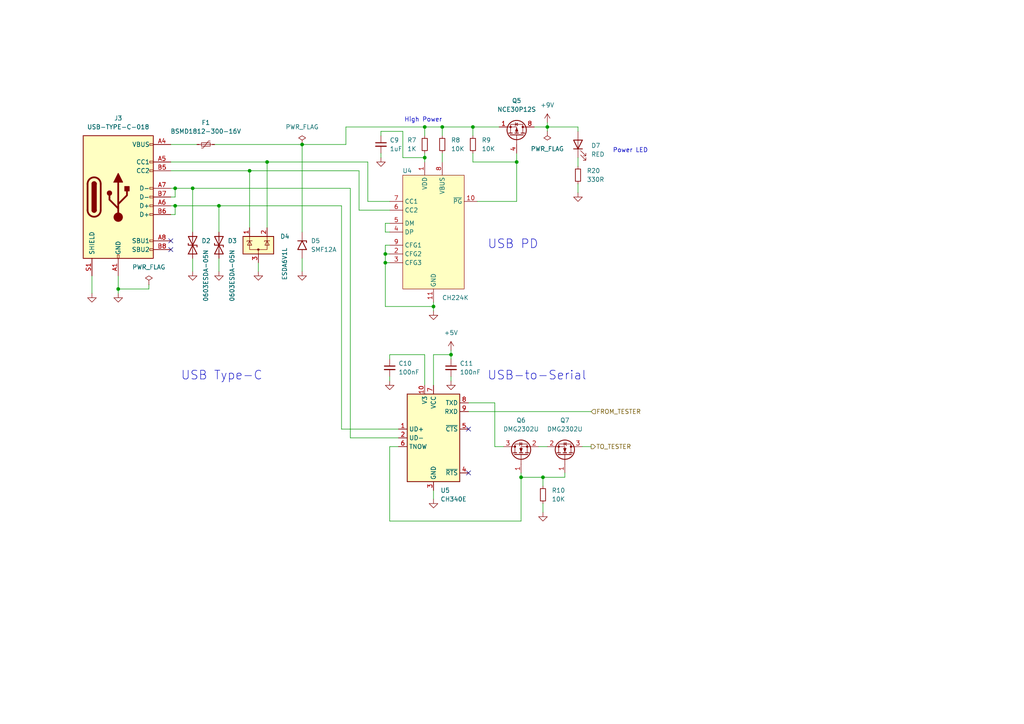
<source format=kicad_sch>
(kicad_sch (version 20211123) (generator eeschema)
  (paper "A4")
  (title_block (title "Tauntek LogIC tester Hat") (date "2022-06-18") (rev "1") (company "Sleepy Pony Labs"))
  (lib_symbols
    (symbol "Connector:USB_C_Receptacle_USB2.0" (pin_names (offset 1.016))
      (property "Reference" "J" (at -10.16 19.05 0))
      (property "Value" "USB_C_Receptacle_USB2.0" (at 19.05 19.05 0))
      (symbol "USB_C_Receptacle_USB2.0_0_0"
        (rectangle (start -0.254 -17.78) (end 0.254 -16.764))
        (rectangle (start 10.16 -14.986) (end 9.144 -15.494))
        (rectangle (start 10.16 -12.446) (end 9.144 -12.954))
        (rectangle (start 10.16 -4.826) (end 9.144 -5.334))
        (rectangle (start 10.16 -2.286) (end 9.144 -2.794))
        (rectangle (start 10.16 0.254) (end 9.144 -0.254))
        (rectangle (start 10.16 2.794) (end 9.144 2.286))
        (rectangle (start 10.16 7.874) (end 9.144 7.366))
        (rectangle (start 10.16 10.414) (end 9.144 9.906))
        (rectangle (start 10.16 15.494) (end 9.144 14.986))
      )
      (symbol "USB_C_Receptacle_USB2.0_0_1"
        (rectangle (start -10.16 17.78) (end 10.16 -17.78) (stroke (width 0.254)) (fill (type background)))
        (arc (start -8.89 -3.81) (mid -6.985 -5.715) (end -5.08 -3.81) (stroke (width 0.508)))
        (arc (start -7.62 -3.81) (mid -6.985 -4.445) (end -6.35 -3.81) (stroke (width 0.254)))
        (arc (start -7.62 -3.81) (mid -6.985 -4.445) (end -6.35 -3.81) (stroke (width 0.254)) (fill (type outline)))
        (rectangle (start -7.62 -3.81) (end -6.35 3.81) (stroke (width 0.254)) (fill (type outline)))
        (arc (start -6.35 3.81) (mid -6.985 4.445) (end -7.62 3.81) (stroke (width 0.254)))
        (arc (start -6.35 3.81) (mid -6.985 4.445) (end -7.62 3.81) (stroke (width 0.254)) (fill (type outline)))
        (arc (start -5.08 3.81) (mid -6.985 5.715) (end -8.89 3.81) (stroke (width 0.508)))
        (circle (center -2.54 1.143) (radius 0.635) (stroke (width 0.254)) (fill (type outline)))
        (circle (center 0 -5.842) (radius 1.27) (fill (type outline)))
        (polyline (pts (xy -8.89 -3.81) (xy -8.89 3.81)) (stroke (width 0.508)))
        (polyline (pts (xy -5.08 3.81) (xy -5.08 -3.81)) (stroke (width 0.508)))
        (polyline (pts (xy 0 -5.842) (xy 0 4.318)) (stroke (width 0.508)))
        (polyline (pts (xy 0 -3.302) (xy -2.54 -0.762) (xy -2.54 0.508)) (stroke (width 0.508)))
        (polyline (pts (xy 0 -2.032) (xy 2.54 0.508) (xy 2.54 1.778)) (stroke (width 0.508)))
        (polyline (pts (xy -1.27 4.318) (xy 0 6.858) (xy 1.27 4.318) (xy -1.27 4.318)) (stroke (width 0.254)) (fill (type outline)))
        (rectangle (start 1.905 1.778) (end 3.175 3.048) (stroke (width 0.254)) (fill (type outline)))
      )
      (symbol "USB_C_Receptacle_USB2.0_1_1"
        (pin passive line (at 0 -22.86 90) (length 5.08) (name "GND") (number "A1"))
        (pin passive line (at 0 -22.86 90) (length 5.08) hide (name "GND") (number "A12"))
        (pin passive line (at 15.24 15.24 180) (length 5.08) (name "VBUS") (number "A4"))
        (pin bidirectional line (at 15.24 10.16 180) (length 5.08) (name "CC1") (number "A5"))
        (pin bidirectional line (at 15.24 -2.54 180) (length 5.08) (name "D+") (number "A6"))
        (pin bidirectional line (at 15.24 2.54 180) (length 5.08) (name "D-") (number "A7"))
        (pin bidirectional line (at 15.24 -12.7 180) (length 5.08) (name "SBU1") (number "A8"))
        (pin passive line (at 15.24 15.24 180) (length 5.08) hide (name "VBUS") (number "A9"))
        (pin passive line (at 0 -22.86 90) (length 5.08) hide (name "GND") (number "B1"))
        (pin passive line (at 0 -22.86 90) (length 5.08) hide (name "GND") (number "B12"))
        (pin passive line (at 15.24 15.24 180) (length 5.08) hide (name "VBUS") (number "B4"))
        (pin bidirectional line (at 15.24 7.62 180) (length 5.08) (name "CC2") (number "B5"))
        (pin bidirectional line (at 15.24 -5.08 180) (length 5.08) (name "D+") (number "B6"))
        (pin bidirectional line (at 15.24 0 180) (length 5.08) (name "D-") (number "B7"))
        (pin bidirectional line (at 15.24 -15.24 180) (length 5.08) (name "SBU2") (number "B8"))
        (pin passive line (at 15.24 15.24 180) (length 5.08) hide (name "VBUS") (number "B9"))
        (pin passive line (at -7.62 -22.86 90) (length 5.08) (name "SHIELD") (number "S1"))
      )
    )
    (symbol "Device:C_Small" (pin_numbers hide) (pin_names (offset 0.254) hide)
      (property "Reference" "C" (at 0.254 1.778 0))
      (property "Value" "C_Small" (at 0.254 -2.032 0))
      (symbol "C_Small_0_1"
        (polyline (pts (xy -1.524 -0.508) (xy 1.524 -0.508)) (stroke (width 0.3302)))
        (polyline (pts (xy -1.524 0.508) (xy 1.524 0.508)) (stroke (width 0.3048)))
      )
      (symbol "C_Small_1_1"
        (pin passive line (at 0 2.54 270) (length 2.032) (name "~") (number "1"))
        (pin passive line (at 0 -2.54 90) (length 2.032) (name "~") (number "2"))
      )
    )
    (symbol "Device:D_TVS" (pin_numbers hide) (pin_names (offset 1.016) hide)
      (property "Reference" "D" (at 0 2.54 0))
      (property "Value" "D_TVS" (at 0 -2.54 0))
      (symbol "D_TVS_0_1"
        (polyline (pts (xy 1.27 0) (xy -1.27 0)))
        (polyline (pts (xy 0.508 1.27) (xy 0 1.27) (xy 0 -1.27) (xy -0.508 -1.27)) (stroke (width 0.254)))
        (polyline (pts (xy -2.54 1.27) (xy -2.54 -1.27) (xy 2.54 1.27) (xy 2.54 -1.27) (xy -2.54 1.27)) (stroke (width 0.254)))
      )
      (symbol "D_TVS_1_1"
        (pin passive line (at -3.81 0 0) (length 2.54) (name "A1") (number "1"))
        (pin passive line (at 3.81 0 180) (length 2.54) (name "A2") (number "2"))
      )
    )
    (symbol "Device:LED" (pin_numbers hide) (pin_names (offset 1.016) hide)
      (property "Reference" "D" (at 0 2.54 0))
      (property "Value" "LED" (at 0 -2.54 0))
      (symbol "LED_0_1"
        (polyline (pts (xy -1.27 -1.27) (xy -1.27 1.27)) (stroke (width 0.254)))
        (polyline (pts (xy -1.27 0) (xy 1.27 0)))
        (polyline (pts (xy 1.27 -1.27) (xy 1.27 1.27) (xy -1.27 0) (xy 1.27 -1.27)) (stroke (width 0.254)))
        (polyline (pts (xy -3.048 -0.762) (xy -4.572 -2.286) (xy -3.81 -2.286) (xy -4.572 -2.286) (xy -4.572 -1.524)))
        (polyline (pts (xy -1.778 -0.762) (xy -3.302 -2.286) (xy -2.54 -2.286) (xy -3.302 -2.286) (xy -3.302 -1.524)))
      )
      (symbol "LED_1_1"
        (pin passive line (at -3.81 0 0) (length 2.54) (name "K") (number "1"))
        (pin passive line (at 3.81 0 180) (length 2.54) (name "A") (number "2"))
      )
    )
    (symbol "Device:Polyfuse_Small" (pin_numbers hide) (pin_names (offset 0))
      (property "Reference" "F" (at -1.905 0 90))
      (property "Value" "Polyfuse_Small" (at 1.905 0 90))
      (symbol "Polyfuse_Small_0_1"
        (rectangle (start -0.508 1.27) (end 0.508 -1.27))
        (polyline (pts (xy 0 2.54) (xy 0 -2.54)))
        (polyline (pts (xy -1.016 1.27) (xy -1.016 0.762) (xy 1.016 -0.762) (xy 1.016 -1.27)))
      )
      (symbol "Polyfuse_Small_1_1"
        (pin passive line (at 0 2.54 270) (length 0.635) (name "~") (number "1"))
        (pin passive line (at 0 -2.54 90) (length 0.635) (name "~") (number "2"))
      )
    )
    (symbol "Device:R_Small" (pin_numbers hide) (pin_names (offset 0.254) hide)
      (property "Reference" "R" (at 0.762 0.508 0))
      (property "Value" "R_Small" (at 0.762 -1.016 0))
      (symbol "R_Small_0_1"
        (rectangle (start -0.762 1.778) (end 0.762 -1.778) (stroke (width 0.2032)))
      )
      (symbol "R_Small_1_1"
        (pin passive line (at 0 2.54 270) (length 0.762) (name "~") (number "1"))
        (pin passive line (at 0 -2.54 90) (length 0.762) (name "~") (number "2"))
      )
    )
    (symbol "Diode:SM6T6V8A" (pin_numbers hide) (pin_names (offset 1.016) hide)
      (property "Reference" "D" (at 0 2.54 0))
      (property "Value" "SM6T6V8A" (at 0 -2.54 0))
      (symbol "SM6T6V8A_0_1"
        (polyline (pts (xy -0.762 1.27) (xy -1.27 1.27) (xy -1.27 -1.27)) (stroke (width 0.254)))
        (polyline (pts (xy 1.27 1.27) (xy 1.27 -1.27) (xy -1.27 0) (xy 1.27 1.27)) (stroke (width 0.254)))
      )
      (symbol "SM6T6V8A_1_1"
        (pin passive line (at -3.81 0 0) (length 2.54) (name "A1") (number "1"))
        (pin passive line (at 3.81 0 180) (length 2.54) (name "A2") (number "2"))
      )
    )
    (symbol "Interface_USB:CH340E"
      (property "Reference" "U" (at -5.08 13.97 0))
      (property "Value" "CH340E" (at 1.27 13.97 0))
      (symbol "CH340E_0_1"
        (rectangle (start -7.62 12.7) (end 7.62 -12.7) (stroke (width 0.254)) (fill (type background)))
      )
      (symbol "CH340E_1_1"
        (pin bidirectional line (at -10.16 2.54 0) (length 2.54) (name "UD+") (number "1"))
        (pin passive line (at -2.54 15.24 270) (length 2.54) (name "V3") (number "10"))
        (pin bidirectional line (at -10.16 0 0) (length 2.54) (name "UD-") (number "2"))
        (pin power_in line (at 0 -15.24 90) (length 2.54) (name "GND") (number "3"))
        (pin output line (at 10.16 -10.16 180) (length 2.54) (name "~{RTS}") (number "4"))
        (pin input line (at 10.16 2.54 180) (length 2.54) (name "~{CTS}") (number "5"))
        (pin output line (at -10.16 -2.54 0) (length 2.54) (name "TNOW") (number "6"))
        (pin power_in line (at 0 15.24 270) (length 2.54) (name "VCC") (number "7"))
        (pin output line (at 10.16 10.16 180) (length 2.54) (name "TXD") (number "8"))
        (pin input line (at 10.16 7.62 180) (length 2.54) (name "RXD") (number "9"))
      )
    )
    (symbol "Power_Protection:SP0502BAHT" (pin_names hide)
      (property "Reference" "D" (at 5.715 2.54 0))
      (property "Value" "SP0502BAHT" (at 5.715 0.635 0))
      (symbol "SP0502BAHT_0_0"
        (pin passive line (at 0 -5.08 90) (length 2.54) (name "A") (number "3"))
      )
      (symbol "SP0502BAHT_0_1"
        (rectangle (start -4.445 2.54) (end 4.445 -2.54) (stroke (width 0.254)) (fill (type background)))
        (circle (center 0 -1.27) (radius 0.254) (fill (type outline)))
        (polyline (pts (xy -2.54 2.54) (xy -2.54 1.27)))
        (polyline (pts (xy 0 -1.27) (xy 0 -2.54)))
        (polyline (pts (xy 2.54 2.54) (xy 2.54 1.27)))
        (polyline (pts (xy -3.302 1.016) (xy -3.302 1.27) (xy -1.905 1.27) (xy -1.778 1.27)))
        (polyline (pts (xy -2.54 1.27) (xy -2.54 -1.27) (xy 2.54 -1.27) (xy 2.54 1.27)))
        (polyline (pts (xy -2.54 1.27) (xy -1.905 0) (xy -3.175 0) (xy -2.54 1.27)))
        (polyline (pts (xy 1.778 1.016) (xy 1.778 1.27) (xy 3.175 1.27) (xy 3.302 1.27)))
        (polyline (pts (xy 2.54 1.27) (xy 1.905 0) (xy 3.175 0) (xy 2.54 1.27)))
      )
      (symbol "SP0502BAHT_1_1"
        (pin passive line (at -2.54 5.08 270) (length 2.54) (name "K") (number "1"))
        (pin passive line (at 2.54 5.08 270) (length 2.54) (name "K") (number "2"))
      )
    )
    (symbol "Transistor_FET:DMG2302U" (pin_names hide)
      (property "Reference" "Q" (at 5.08 1.905 0))
      (property "Value" "DMG2302U" (at 5.08 0 0))
      (symbol "DMG2302U_0_1"
        (polyline (pts (xy 0.254 0) (xy -2.54 0)))
        (polyline (pts (xy 0.254 1.905) (xy 0.254 -1.905)) (stroke (width 0.254)))
        (polyline (pts (xy 0.762 -1.27) (xy 0.762 -2.286)) (stroke (width 0.254)))
        (polyline (pts (xy 0.762 0.508) (xy 0.762 -0.508)) (stroke (width 0.254)))
        (polyline (pts (xy 0.762 2.286) (xy 0.762 1.27)) (stroke (width 0.254)))
        (polyline (pts (xy 2.54 2.54) (xy 2.54 1.778)))
        (polyline (pts (xy 2.54 -2.54) (xy 2.54 0) (xy 0.762 0)))
        (polyline (pts (xy 0.762 -1.778) (xy 3.302 -1.778) (xy 3.302 1.778) (xy 0.762 1.778)))
        (polyline (pts (xy 1.016 0) (xy 2.032 0.381) (xy 2.032 -0.381) (xy 1.016 0)) (fill (type outline)))
        (polyline (pts (xy 2.794 0.508) (xy 2.921 0.381) (xy 3.683 0.381) (xy 3.81 0.254)))
        (polyline (pts (xy 3.302 0.381) (xy 2.921 -0.254) (xy 3.683 -0.254) (xy 3.302 0.381)))
        (circle (center 1.651 0) (radius 2.794) (stroke (width 0.254)))
        (circle (center 2.54 -1.778) (radius 0.254) (fill (type outline)))
        (circle (center 2.54 1.778) (radius 0.254) (fill (type outline)))
      )
      (symbol "DMG2302U_1_1"
        (pin input line (at -5.08 0 0) (length 2.54) (name "G") (number "1"))
        (pin passive line (at 2.54 -5.08 90) (length 2.54) (name "S") (number "2"))
        (pin passive line (at 2.54 5.08 270) (length 2.54) (name "D") (number "3"))
      )
    )
    (symbol "Transistor_FET:FDS9435A" (pin_names hide)
      (property "Reference" "Q" (at 5.08 1.905 0))
      (property "Value" "FDS9435A" (at 5.08 0 0))
      (symbol "FDS9435A_0_1"
        (polyline (pts (xy 0.254 0) (xy -2.54 0)))
        (polyline (pts (xy 0.254 1.905) (xy 0.254 -1.905)) (stroke (width 0.254)))
        (polyline (pts (xy 0.762 -1.27) (xy 0.762 -2.286)) (stroke (width 0.254)))
        (polyline (pts (xy 0.762 0.508) (xy 0.762 -0.508)) (stroke (width 0.254)))
        (polyline (pts (xy 0.762 2.286) (xy 0.762 1.27)) (stroke (width 0.254)))
        (polyline (pts (xy 2.54 2.54) (xy 2.54 1.778)))
        (polyline (pts (xy 2.54 -2.54) (xy 2.54 0) (xy 0.762 0)))
        (polyline (pts (xy 0.762 1.778) (xy 3.302 1.778) (xy 3.302 -1.778) (xy 0.762 -1.778)))
        (polyline (pts (xy 2.286 0) (xy 1.27 0.381) (xy 1.27 -0.381) (xy 2.286 0)) (fill (type outline)))
        (polyline (pts (xy 2.794 -0.508) (xy 2.921 -0.381) (xy 3.683 -0.381) (xy 3.81 -0.254)))
        (polyline (pts (xy 3.302 -0.381) (xy 2.921 0.254) (xy 3.683 0.254) (xy 3.302 -0.381)))
        (circle (center 1.651 0) (radius 2.794) (stroke (width 0.254)))
        (circle (center 2.54 -1.778) (radius 0.254) (fill (type outline)))
        (circle (center 2.54 1.778) (radius 0.254) (fill (type outline)))
      )
      (symbol "FDS9435A_1_1"
        (pin passive line (at 2.54 -5.08 90) (length 2.54) (name "S") (number "1"))
        (pin passive line (at 2.54 -5.08 90) (length 2.54) hide (name "S") (number "2"))
        (pin passive line (at 2.54 -5.08 90) (length 2.54) hide (name "S") (number "3"))
        (pin passive line (at -5.08 0 0) (length 2.54) (name "G") (number "4"))
        (pin passive line (at 2.54 5.08 270) (length 2.54) hide (name "D") (number "5"))
        (pin passive line (at 2.54 5.08 270) (length 2.54) hide (name "D") (number "6"))
        (pin passive line (at 2.54 5.08 270) (length 2.54) hide (name "D") (number "7"))
        (pin passive line (at 2.54 5.08 270) (length 2.54) (name "D") (number "8"))
      )
    )
    (symbol "power:+5V" (power) (pin_names (offset 0))
      (property "Value" "+5V" (at 0 3.556 0))
      (symbol "+5V_0_1"
        (polyline (pts (xy -0.762 1.27) (xy 0 2.54)))
        (polyline (pts (xy 0 0) (xy 0 2.54)))
        (polyline (pts (xy 0 2.54) (xy 0.762 1.27)))
      )
      (symbol "+5V_1_1"
        (pin power_in line (at 0 0 90) (length 0) hide (name "+5V") (number "1"))
      )
    )
    (symbol "power:+9V" (power) (pin_names (offset 0))
      (property "Value" "+9V" (at 0 3.556 0))
      (symbol "+9V_0_1"
        (polyline (pts (xy -0.762 1.27) (xy 0 2.54)))
        (polyline (pts (xy 0 0) (xy 0 2.54)))
        (polyline (pts (xy 0 2.54) (xy 0.762 1.27)))
      )
      (symbol "+9V_1_1"
        (pin power_in line (at 0 0 90) (length 0) hide (name "+9V") (number "1"))
      )
    )
    (symbol "power:GND" (power) (pin_names (offset 0))
      (property "Value" "GND" (at 0 -3.81 0))
      (symbol "GND_0_1"
        (polyline (pts (xy 0 0) (xy 0 -1.27) (xy 1.27 -1.27) (xy 0 -2.54) (xy -1.27 -1.27) (xy 0 -1.27)))
      )
      (symbol "GND_1_1"
        (pin power_in line (at 0 0 270) (length 0) hide (name "GND") (number "1"))
      )
    )
    (symbol "power:PWR_FLAG" (power) (pin_numbers hide) (pin_names (offset 0) hide)
      (property "Value" "PWR_FLAG" (at 0 3.81 0))
      (symbol "PWR_FLAG_0_0"
        (pin power_out line (at 0 0 90) (length 0) (name "pwr") (number "1"))
      )
      (symbol "PWR_FLAG_0_1"
        (polyline (pts (xy 0 0) (xy 0 1.27) (xy -1.016 1.905) (xy 0 2.54) (xy 1.016 1.905) (xy 0 1.27)))
      )
    )
    (symbol "tauntek_hat:CH224K"
      (property "Reference" "U" (at -8.89 19.05 0))
      (property "Value" "CH224K" (at 6.35 -19.05 0))
      (symbol "CH224K_0_0"
        (rectangle (start -8.89 16.51) (end 8.89 -16.51) (fill (type background)))
      )
      (symbol "CH224K_1_1"
        (pin power_in line (at -2.54 20.32 270) (length 3.81) (name "VDD") (number "1"))
        (pin output line (at 12.7 8.89 180) (length 3.81) (name "~{PG}") (number "10"))
        (pin power_in line (at 0 -20.32 90) (length 3.81) (name "GND") (number "11"))
        (pin input line (at -12.7 -6.35 0) (length 3.81) (name "CFG2") (number "2"))
        (pin input line (at -12.7 -8.89 0) (length 3.81) (name "CFG3") (number "3"))
        (pin bidirectional line (at -12.7 0 0) (length 3.81) (name "DP") (number "4"))
        (pin bidirectional line (at -12.7 2.54 0) (length 3.81) (name "DM") (number "5"))
        (pin bidirectional line (at -12.7 6.35 0) (length 3.81) (name "CC2") (number "6"))
        (pin bidirectional line (at -12.7 8.89 0) (length 3.81) (name "CC1") (number "7"))
        (pin power_in line (at 2.54 20.32 270) (length 3.81) (name "VBUS") (number "8"))
        (pin input line (at -12.7 -3.81 0) (length 3.81) (name "CFG1") (number "9"))
      )
    )
  )
  (junction (at 137.16 36.83))
  (junction (at 125.73 88.9))
  (junction (at 50.8 59.69))
  (junction (at 72.39 49.53))
  (junction (at 123.19 45.72))
  (junction (at 87.63 41.91))
  (junction (at 149.86 46.99))
  (junction (at 157.48 138.43))
  (junction (at 111.76 76.2))
  (junction (at 50.8 54.61))
  (junction (at 55.88 54.61))
  (junction (at 63.5 59.69))
  (junction (at 77.47 46.99))
  (junction (at 128.27 36.83))
  (junction (at 34.29 83.82))
  (junction (at 130.81 102.87))
  (junction (at 151.13 138.43))
  (junction (at 123.19 36.83))
  (junction (at 158.75 36.83))
  (junction (at 111.76 73.66))
  (no_connect (at 135.89 137.16))
  (no_connect (at 135.89 124.46))
  (no_connect (at 49.53 69.85))
  (no_connect (at 49.53 72.39))
  (wire (pts (xy 34.29 83.82) (xy 43.18 83.82)))
  (wire (pts (xy 128.27 44.45) (xy 128.27 46.99)))
  (wire (pts (xy 63.5 74.93) (xy 63.5 78.74)))
  (wire (pts (xy 113.03 67.31) (xy 111.76 67.31)))
  (wire (pts (xy 130.81 109.22) (xy 130.81 110.49)))
  (wire (pts (xy 125.73 102.87) (xy 130.81 102.87)))
  (wire (pts (xy 157.48 146.05) (xy 157.48 148.59)))
  (wire (pts (xy 34.29 83.82) (xy 34.29 85.09)))
  (wire (pts (xy 77.47 46.99) (xy 106.68 46.99)))
  (wire (pts (xy 110.49 44.45) (xy 110.49 45.72)))
  (wire (pts (xy 111.76 73.66) (xy 113.03 73.66)))
  (wire (pts (xy 125.73 88.9) (xy 125.73 90.17)))
  (wire (pts (xy 138.43 58.42) (xy 149.86 58.42)))
  (wire (pts (xy 55.88 54.61) (xy 55.88 67.31)))
  (wire (pts (xy 113.03 109.22) (xy 113.03 110.49)))
  (wire (pts (xy 158.75 36.83) (xy 158.75 35.56)))
  (wire (pts (xy 113.03 129.54) (xy 113.03 151.13)))
  (wire (pts (xy 50.8 54.61) (xy 50.8 57.15)))
  (wire (pts (xy 158.75 36.83) (xy 167.64 36.83)))
  (wire (pts (xy 151.13 138.43) (xy 157.48 138.43)))
  (wire (pts (xy 123.19 45.72) (xy 123.19 46.99)))
  (wire (pts (xy 55.88 54.61) (xy 101.6 54.61)))
  (wire (pts (xy 156.21 129.54) (xy 158.75 129.54)))
  (wire (pts (xy 135.89 116.84) (xy 143.51 116.84)))
  (wire (pts (xy 137.16 36.83) (xy 137.16 39.37)))
  (wire (pts (xy 99.06 59.69) (xy 99.06 124.46)))
  (wire (pts (xy 106.68 46.99) (xy 106.68 58.42)))
  (wire (pts (xy 74.93 76.2) (xy 74.93 78.74)))
  (wire (pts (xy 143.51 116.84) (xy 143.51 129.54)))
  (wire (pts (xy 137.16 46.99) (xy 149.86 46.99)))
  (wire (pts (xy 125.73 88.9) (xy 111.76 88.9)))
  (wire (pts (xy 87.63 74.93) (xy 87.63 78.74)))
  (wire (pts (xy 151.13 151.13) (xy 151.13 138.43)))
  (wire (pts (xy 87.63 41.91) (xy 87.63 67.31)))
  (wire (pts (xy 72.39 49.53) (xy 104.14 49.53)))
  (wire (pts (xy 104.14 60.96) (xy 113.03 60.96)))
  (wire (pts (xy 149.86 46.99) (xy 149.86 44.45)))
  (wire (pts (xy 110.49 38.1) (xy 116.84 38.1)))
  (wire (pts (xy 50.8 54.61) (xy 55.88 54.61)))
  (wire (pts (xy 123.19 36.83) (xy 123.19 39.37)))
  (wire (pts (xy 111.76 88.9) (xy 111.76 76.2)))
  (wire (pts (xy 100.33 41.91) (xy 100.33 36.83)))
  (wire (pts (xy 123.19 102.87) (xy 123.19 111.76)))
  (wire (pts (xy 110.49 39.37) (xy 110.49 38.1)))
  (wire (pts (xy 167.64 45.72) (xy 167.64 48.26)))
  (wire (pts (xy 168.91 129.54) (xy 171.45 129.54)))
  (wire (pts (xy 111.76 71.12) (xy 113.03 71.12)))
  (wire (pts (xy 100.33 36.83) (xy 123.19 36.83)))
  (wire (pts (xy 104.14 49.53) (xy 104.14 60.96)))
  (wire (pts (xy 111.76 76.2) (xy 111.76 73.66)))
  (wire (pts (xy 101.6 127) (xy 115.57 127)))
  (wire (pts (xy 111.76 64.77) (xy 113.03 64.77)))
  (wire (pts (xy 130.81 101.6) (xy 130.81 102.87)))
  (wire (pts (xy 130.81 102.87) (xy 130.81 104.14)))
  (wire (pts (xy 49.53 62.23) (xy 50.8 62.23)))
  (wire (pts (xy 125.73 142.24) (xy 125.73 144.78)))
  (wire (pts (xy 115.57 129.54) (xy 113.03 129.54)))
  (wire (pts (xy 157.48 138.43) (xy 163.83 138.43)))
  (wire (pts (xy 34.29 80.01) (xy 34.29 83.82)))
  (wire (pts (xy 106.68 58.42) (xy 113.03 58.42)))
  (wire (pts (xy 128.27 36.83) (xy 137.16 36.83)))
  (wire (pts (xy 50.8 59.69) (xy 50.8 62.23)))
  (wire (pts (xy 123.19 44.45) (xy 123.19 45.72)))
  (wire (pts (xy 111.76 73.66) (xy 111.76 71.12)))
  (wire (pts (xy 77.47 46.99) (xy 77.47 66.04)))
  (wire (pts (xy 49.53 57.15) (xy 50.8 57.15)))
  (wire (pts (xy 63.5 59.69) (xy 99.06 59.69)))
  (wire (pts (xy 125.73 102.87) (xy 125.73 111.76)))
  (wire (pts (xy 116.84 45.72) (xy 123.19 45.72)))
  (wire (pts (xy 113.03 102.87) (xy 113.03 104.14)))
  (wire (pts (xy 137.16 44.45) (xy 137.16 46.99)))
  (wire (pts (xy 158.75 36.83) (xy 158.75 38.1)))
  (wire (pts (xy 123.19 36.83) (xy 128.27 36.83)))
  (wire (pts (xy 151.13 137.16) (xy 151.13 138.43)))
  (wire (pts (xy 113.03 102.87) (xy 123.19 102.87)))
  (wire (pts (xy 167.64 36.83) (xy 167.64 38.1)))
  (wire (pts (xy 87.63 41.91) (xy 100.33 41.91)))
  (wire (pts (xy 63.5 59.69) (xy 63.5 67.31)))
  (wire (pts (xy 143.51 129.54) (xy 146.05 129.54)))
  (wire (pts (xy 62.23 41.91) (xy 87.63 41.91)))
  (wire (pts (xy 135.89 119.38) (xy 171.45 119.38)))
  (wire (pts (xy 111.76 76.2) (xy 113.03 76.2)))
  (wire (pts (xy 157.48 138.43) (xy 157.48 140.97)))
  (wire (pts (xy 128.27 36.83) (xy 128.27 39.37)))
  (wire (pts (xy 49.53 59.69) (xy 50.8 59.69)))
  (wire (pts (xy 50.8 59.69) (xy 63.5 59.69)))
  (wire (pts (xy 49.53 49.53) (xy 72.39 49.53)))
  (wire (pts (xy 43.18 83.82) (xy 43.18 82.55)))
  (wire (pts (xy 49.53 41.91) (xy 57.15 41.91)))
  (wire (pts (xy 26.67 80.01) (xy 26.67 85.09)))
  (wire (pts (xy 167.64 53.34) (xy 167.64 55.88)))
  (wire (pts (xy 163.83 137.16) (xy 163.83 138.43)))
  (wire (pts (xy 154.94 36.83) (xy 158.75 36.83)))
  (wire (pts (xy 99.06 124.46) (xy 115.57 124.46)))
  (wire (pts (xy 49.53 54.61) (xy 50.8 54.61)))
  (wire (pts (xy 55.88 74.93) (xy 55.88 78.74)))
  (wire (pts (xy 137.16 36.83) (xy 144.78 36.83)))
  (wire (pts (xy 101.6 54.61) (xy 101.6 127)))
  (wire (pts (xy 116.84 38.1) (xy 116.84 45.72)))
  (wire (pts (xy 113.03 151.13) (xy 151.13 151.13)))
  (wire (pts (xy 72.39 49.53) (xy 72.39 66.04)))
  (wire (pts (xy 111.76 67.31) (xy 111.76 64.77)))
  (wire (pts (xy 125.73 87.63) (xy 125.73 88.9)))
  (wire (pts (xy 149.86 58.42) (xy 149.86 46.99)))
  (wire (pts (xy 49.53 46.99) (xy 77.47 46.99)))
  (text "USB-to-Serial" (at 170.18 110.49 180) (effects (font (size 2.54 2.54)) (justify right bottom)))
  (text "High Power" (at 128.27 35.56 180) (effects (font (size 1.27 1.27)) (justify right bottom)))
  (text "USB PD" (at 156.21 72.39 180) (effects (font (size 2.54 2.54)) (justify right bottom)))
  (text "Power LED" (at 187.96 44.45 180) (effects (font (size 1.27 1.27)) (justify right bottom)))
  (text "USB Type-C" (at 76.2 110.49 180) (effects (font (size 2.54 2.54)) (justify right bottom)))
  (hierarchical_label "FROM_TESTER" (shape input) (at 171.45 119.38 0))
  (hierarchical_label "TO_TESTER" (shape output) (at 171.45 129.54 0))
  (symbol (lib_id "power:+9V") (at 158.75 35.56 0) (unit 1)
    (property "Reference" "#PWR026" (effects hide))
    (property "Value" "+9V" (at 158.75 30.48 0))
  )
  (symbol (lib_id "power:PWR_FLAG") (at 87.63 41.91 0) (unit 1)
    (property "Reference" "#FLG02" (effects hide))
    (property "Value" "PWR_FLAG" (at 87.63 36.83 0))
  )
  (symbol (lib_id "power:GND") (at 113.03 110.49 0) (unit 1)
    (property "Reference" "#PWR036" (effects hide))
    (property "Value" "GND" (effects hide))
  )
  (symbol (lib_id "power:+5V") (at 130.81 101.6 0) (unit 1)
    (property "Reference" "#PWR035" (effects hide))
    (property "Value" "+5V" (at 130.81 96.52 0))
  )
  (symbol (lib_id "power:GND") (at 26.67 85.09 0) (unit 1)
    (property "Reference" "#PWR032" (effects hide))
    (property "Value" "GND" (effects hide))
  )
  (symbol (lib_id "Device:R_Small") (at 128.27 41.91 0) (unit 1)
    (property "Reference" "R8" (at 130.81 40.6399 0) (effects (justify left)))
    (property "Value" "10K" (at 130.81 43.1799 0) (effects (justify left)))
    (property "Footprint" "Resistor_SMD:R_0603_1608Metric" (effects hide))
  )
  (symbol (lib_id "Device:LED") (at 167.64 41.91 90) (unit 1)
    (property "Reference" "D7" (at 171.45 42.2274 90) (effects (justify right)))
    (property "Value" "RED" (at 171.45 44.7674 90) (effects (justify right)))
    (property "Footprint" "LED_THT:LED_D3.0mm" (effects hide))
  )
  (symbol (lib_id "Device:R_Small") (at 123.19 41.91 0) (unit 1)
    (property "Reference" "R7" (at 118.11 40.64 0) (effects (justify left)))
    (property "Value" "1K" (at 118.11 43.18 0) (effects (justify left)))
    (property "Footprint" "Resistor_SMD:R_1206_3216Metric" (effects hide))
  )
  (symbol (lib_id "power:GND") (at 87.63 78.74 0) (unit 1)
    (property "Reference" "#PWR031" (effects hide))
    (property "Value" "GND" (effects hide))
  )
  (symbol (lib_id "power:GND") (at 110.49 45.72 0) (unit 1)
    (property "Reference" "#PWR027" (effects hide))
    (property "Value" "GND" (effects hide))
  )
  (symbol (lib_id "Transistor_FET:DMG2302U") (at 163.83 132.08 270) (mirror x) (unit 1)
    (property "Reference" "Q7" (at 163.83 121.92 90))
    (property "Value" "DMG2302U" (at 163.83 124.46 90))
    (property "Footprint" "Package_TO_SOT_SMD:SOT-23" (effects hide))
    (property "Datasheet" "http://www.diodes.com/assets/Datasheets/DMG2302U.pdf" (effects hide))
  )
  (symbol (lib_id "Diode:SM6T6V8A") (at 87.63 71.12 270) (unit 1)
    (property "Reference" "D5" (at 90.17 69.8499 90) (effects (justify left)))
    (property "Value" "SMF12A" (at 90.17 72.3899 90) (effects (justify left)))
    (property "Footprint" "Diode_SMD:D_SOD-123F" (effects hide))
    (property "Datasheet" "https://www.st.com/resource/en/datasheet/sm6t.pdf" (effects hide))
  )
  (symbol (lib_id "power:GND") (at 63.5 78.74 0) (unit 1)
    (property "Reference" "#PWR029" (effects hide))
    (property "Value" "GND" (effects hide))
  )
  (symbol (lib_id "power:GND") (at 167.64 55.88 0) (unit 1)
    (property "Reference" "#PWR04" (effects hide))
    (property "Value" "GND" (effects hide))
  )
  (symbol (lib_id "tauntek_hat:CH224K") (at 125.73 67.31 0) (unit 1)
    (property "Reference" "U4" (at 118.11 49.53 0))
    (property "Value" "CH224K" (at 132.08 86.36 0))
    (property "Footprint" "tauntek-hat:ESSOP-10-1EP_3.9x4.9mm_P1.00mm_EP2.29x3mm" (effects hide))
  )
  (symbol (lib_id "Power_Protection:SP0502BAHT") (at 74.93 71.12 0) (unit 1)
    (property "Reference" "D4" (at 81.28 68.58 0) (effects (justify left)))
    (property "Value" "ESDA6V1L" (at 82.55 81.28 90) (effects (justify left)))
    (property "Footprint" "Package_TO_SOT_SMD:SOT-23" (effects hide))
    (property "Datasheet" "http://www.littelfuse.com/~/media/files/littelfuse/technical%20resources/documents/data%20sheets/sp05xxba.pdf" (effects hide))
  )
  (symbol (lib_id "Transistor_FET:FDS9435A") (at 149.86 39.37 270) (mirror x) (unit 1)
    (property "Reference" "Q5" (at 149.86 29.21 90))
    (property "Value" "NCE30P12S" (at 149.86 31.75 90))
    (property "Footprint" "Package_SO:SOIC-8_3.9x4.9mm_P1.27mm" (effects hide))
    (property "Datasheet" "https://www.onsemi.com/pub/Collateral/FDS9435A-D.PDF" (effects hide))
  )
  (symbol (lib_id "power:PWR_FLAG") (at 158.75 38.1 180) (unit 1)
    (property "Reference" "#FLG01" (effects hide))
    (property "Value" "PWR_FLAG" (at 158.75 43.18 0))
  )
  (symbol (lib_id "Interface_USB:CH340E") (at 125.73 127 0) (unit 1)
    (property "Reference" "U5" (at 127.7494 142.24 0) (effects (justify left)))
    (property "Value" "CH340E" (at 127.7494 144.78 0) (effects (justify left)))
    (property "Footprint" "Package_SO:MSOP-10_3x3mm_P0.5mm" (effects hide))
    (property "Datasheet" "https://www.mpja.com/download/35227cpdata.pdf" (effects hide))
  )
  (symbol (lib_id "Device:R_Small") (at 137.16 41.91 0) (unit 1)
    (property "Reference" "R9" (at 139.7 40.6399 0) (effects (justify left)))
    (property "Value" "10K" (at 139.7 43.1799 0) (effects (justify left)))
    (property "Footprint" "Resistor_SMD:R_0603_1608Metric" (effects hide))
  )
  (symbol (lib_id "power:GND") (at 34.29 85.09 0) (unit 1)
    (property "Reference" "#PWR033" (effects hide))
    (property "Value" "GND" (effects hide))
  )
  (symbol (lib_id "Device:R_Small") (at 167.64 50.8 0) (unit 1)
    (property "Reference" "R20" (at 170.18 49.5299 0) (effects (justify left)))
    (property "Value" "330R" (at 170.18 52.0699 0) (effects (justify left)))
    (property "Footprint" "Resistor_SMD:R_0603_1608Metric" (effects hide))
  )
  (symbol (lib_id "power:GND") (at 74.93 78.74 0) (unit 1)
    (property "Reference" "#PWR030" (effects hide))
    (property "Value" "GND" (effects hide))
  )
  (symbol (lib_id "Device:D_TVS") (at 63.5 71.12 90) (unit 1)
    (property "Reference" "D3" (at 66.04 69.8499 90) (effects (justify right)))
    (property "Value" "0603ESDA-05N" (at 67.31 72.39 0) (effects (justify right)))
    (property "Footprint" "Inductor_SMD:L_0603_1608Metric" (effects hide))
  )
  (symbol (lib_id "power:GND") (at 125.73 90.17 0) (unit 1)
    (property "Reference" "#PWR034" (effects hide))
    (property "Value" "GND" (effects hide))
  )
  (symbol (lib_id "Device:C_Small") (at 113.03 106.68 0) (unit 1)
    (property "Reference" "C10" (at 115.57 105.4162 0) (effects (justify left)))
    (property "Value" "100nF" (at 115.57 107.9562 0) (effects (justify left)))
    (property "Footprint" "Capacitor_SMD:C_0603_1608Metric" (effects hide))
  )
  (symbol (lib_id "power:GND") (at 130.81 110.49 0) (unit 1)
    (property "Reference" "#PWR037" (effects hide))
    (property "Value" "GND" (effects hide))
  )
  (symbol (lib_id "Device:D_TVS") (at 55.88 71.12 90) (unit 1)
    (property "Reference" "D2" (at 58.42 69.8499 90) (effects (justify right)))
    (property "Value" "0603ESDA-05N" (at 59.69 72.39 0) (effects (justify right)))
    (property "Footprint" "Inductor_SMD:L_0603_1608Metric" (effects hide))
  )
  (symbol (lib_id "Transistor_FET:DMG2302U") (at 151.13 132.08 90) (unit 1)
    (property "Reference" "Q6" (at 151.13 121.92 90))
    (property "Value" "DMG2302U" (at 151.13 124.46 90))
    (property "Footprint" "Package_TO_SOT_SMD:SOT-23" (effects hide))
    (property "Datasheet" "http://www.diodes.com/assets/Datasheets/DMG2302U.pdf" (effects hide))
  )
  (symbol (lib_id "power:PWR_FLAG") (at 43.18 82.55 0) (unit 1)
    (property "Reference" "#FLG03" (effects hide))
    (property "Value" "PWR_FLAG" (at 43.18 77.47 0))
  )
  (symbol (lib_id "power:GND") (at 125.73 144.78 0) (unit 1)
    (property "Reference" "#PWR038" (effects hide))
    (property "Value" "GND" (effects hide))
  )
  (symbol (lib_id "Device:C_Small") (at 110.49 41.91 0) (unit 1)
    (property "Reference" "C9" (at 113.03 40.6462 0) (effects (justify left)))
    (property "Value" "1uF" (at 113.03 43.1862 0) (effects (justify left)))
    (property "Footprint" "Capacitor_SMD:C_0603_1608Metric" (effects hide))
  )
  (symbol (lib_id "Device:Polyfuse_Small") (at 59.69 41.91 90) (unit 1)
    (property "Reference" "F1" (at 59.69 35.56 90))
    (property "Value" "BSMD1812-300-16V" (at 59.69 38.1 90))
    (property "Footprint" "Fuse:Fuse_1812_4532Metric" (effects hide))
  )
  (symbol (lib_id "Connector:USB_C_Receptacle_USB2.0") (at 34.29 57.15 0) (unit 1)
    (property "Reference" "J3" (at 34.29 34.29 0))
    (property "Value" "USB-TYPE-C-018" (at 34.29 36.83 0))
    (property "Footprint" "tauntek-hat:USB_C_Receptacle_HRO_TYPE-C-31-M-12_NO_SBU" (effects hide))
    (property "Datasheet" "https://www.usb.org/sites/default/files/documents/usb_type-c.zip" (effects hide))
  )
  (symbol (lib_id "Device:R_Small") (at 157.48 143.51 0) (unit 1)
    (property "Reference" "R10" (at 160.02 142.2399 0) (effects (justify left)))
    (property "Value" "10K" (at 160.02 144.7799 0) (effects (justify left)))
    (property "Footprint" "Resistor_SMD:R_0603_1608Metric" (effects hide))
  )
  (symbol (lib_id "power:GND") (at 55.88 78.74 0) (unit 1)
    (property "Reference" "#PWR028" (effects hide))
    (property "Value" "GND" (effects hide))
  )
  (symbol (lib_id "Device:C_Small") (at 130.81 106.68 0) (unit 1)
    (property "Reference" "C11" (at 133.35 105.4162 0) (effects (justify left)))
    (property "Value" "100nF" (at 133.35 107.9562 0) (effects (justify left)))
    (property "Footprint" "Capacitor_SMD:C_0603_1608Metric" (effects hide))
  )
  (symbol (lib_id "power:GND") (at 157.48 148.59 0) (unit 1)
    (property "Reference" "#PWR039" (effects hide))
    (property "Value" "GND" (effects hide))
  )
)
</source>
